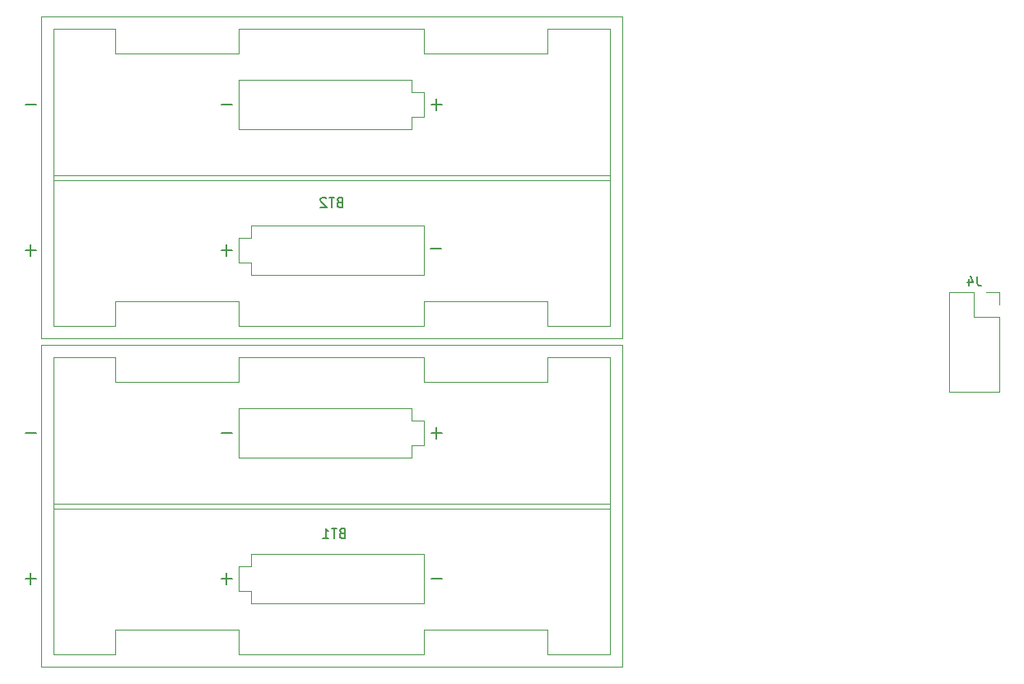
<source format=gbr>
%TF.GenerationSoftware,KiCad,Pcbnew,(7.0.0)*%
%TF.CreationDate,2023-09-21T17:16:17+12:00*%
%TF.ProjectId,MainBoard,4d61696e-426f-4617-9264-2e6b69636164,rev?*%
%TF.SameCoordinates,PX48ab840PY7b0df40*%
%TF.FileFunction,Legend,Bot*%
%TF.FilePolarity,Positive*%
%FSLAX46Y46*%
G04 Gerber Fmt 4.6, Leading zero omitted, Abs format (unit mm)*
G04 Created by KiCad (PCBNEW (7.0.0)) date 2023-09-21 17:16:17*
%MOMM*%
%LPD*%
G01*
G04 APERTURE LIST*
%ADD10C,0.150000*%
%ADD11C,0.120000*%
G04 APERTURE END LIST*
D10*
X40068571Y48747643D02*
X41211429Y48747643D01*
%TO.C,BT1*%
X31011714Y19460429D02*
X30868857Y19412810D01*
X30868857Y19412810D02*
X30821238Y19365191D01*
X30821238Y19365191D02*
X30773619Y19269953D01*
X30773619Y19269953D02*
X30773619Y19127096D01*
X30773619Y19127096D02*
X30821238Y19031858D01*
X30821238Y19031858D02*
X30868857Y18984239D01*
X30868857Y18984239D02*
X30964095Y18936620D01*
X30964095Y18936620D02*
X31345047Y18936620D01*
X31345047Y18936620D02*
X31345047Y19936620D01*
X31345047Y19936620D02*
X31011714Y19936620D01*
X31011714Y19936620D02*
X30916476Y19889000D01*
X30916476Y19889000D02*
X30868857Y19841381D01*
X30868857Y19841381D02*
X30821238Y19746143D01*
X30821238Y19746143D02*
X30821238Y19650905D01*
X30821238Y19650905D02*
X30868857Y19555667D01*
X30868857Y19555667D02*
X30916476Y19508048D01*
X30916476Y19508048D02*
X31011714Y19460429D01*
X31011714Y19460429D02*
X31345047Y19460429D01*
X30487904Y19936620D02*
X29916476Y19936620D01*
X30202190Y18936620D02*
X30202190Y19936620D01*
X29059333Y18936620D02*
X29630761Y18936620D01*
X29345047Y18936620D02*
X29345047Y19936620D01*
X29345047Y19936620D02*
X29440285Y19793762D01*
X29440285Y19793762D02*
X29535523Y19698524D01*
X29535523Y19698524D02*
X29630761Y19650905D01*
X19720428Y14748358D02*
X18577571Y14748358D01*
X19148999Y14176929D02*
X19148999Y15319786D01*
X41310428Y29738358D02*
X40167571Y29738358D01*
X40738999Y29166929D02*
X40738999Y30309786D01*
X19720428Y29738358D02*
X18577571Y29738358D01*
X-444572Y14748358D02*
X-1587429Y14748358D01*
X-1016001Y14176929D02*
X-1016001Y15319786D01*
X-444572Y29738358D02*
X-1587429Y29738358D01*
X41310428Y14748358D02*
X40167571Y14748358D01*
%TO.C,BT2*%
X30757714Y53496429D02*
X30614857Y53448810D01*
X30614857Y53448810D02*
X30567238Y53401191D01*
X30567238Y53401191D02*
X30519619Y53305953D01*
X30519619Y53305953D02*
X30519619Y53163096D01*
X30519619Y53163096D02*
X30567238Y53067858D01*
X30567238Y53067858D02*
X30614857Y53020239D01*
X30614857Y53020239D02*
X30710095Y52972620D01*
X30710095Y52972620D02*
X31091047Y52972620D01*
X31091047Y52972620D02*
X31091047Y53972620D01*
X31091047Y53972620D02*
X30757714Y53972620D01*
X30757714Y53972620D02*
X30662476Y53925000D01*
X30662476Y53925000D02*
X30614857Y53877381D01*
X30614857Y53877381D02*
X30567238Y53782143D01*
X30567238Y53782143D02*
X30567238Y53686905D01*
X30567238Y53686905D02*
X30614857Y53591667D01*
X30614857Y53591667D02*
X30662476Y53544048D01*
X30662476Y53544048D02*
X30757714Y53496429D01*
X30757714Y53496429D02*
X31091047Y53496429D01*
X30233904Y53972620D02*
X29662476Y53972620D01*
X29948190Y52972620D02*
X29948190Y53972620D01*
X29376761Y53877381D02*
X29329142Y53925000D01*
X29329142Y53925000D02*
X29233904Y53972620D01*
X29233904Y53972620D02*
X28995809Y53972620D01*
X28995809Y53972620D02*
X28900571Y53925000D01*
X28900571Y53925000D02*
X28852952Y53877381D01*
X28852952Y53877381D02*
X28805333Y53782143D01*
X28805333Y53782143D02*
X28805333Y53686905D01*
X28805333Y53686905D02*
X28852952Y53544048D01*
X28852952Y53544048D02*
X29424380Y52972620D01*
X29424380Y52972620D02*
X28805333Y52972620D01*
X19720428Y48534358D02*
X18577571Y48534358D01*
X19148999Y47962929D02*
X19148999Y49105786D01*
X-444572Y63524358D02*
X-1587429Y63524358D01*
X19720428Y63524358D02*
X18577571Y63524358D01*
X-444572Y48534358D02*
X-1587429Y48534358D01*
X-1016001Y47962929D02*
X-1016001Y49105786D01*
X41310428Y63524358D02*
X40167571Y63524358D01*
X40738999Y62952929D02*
X40738999Y64095786D01*
%TO.C,J4*%
X96350333Y45878620D02*
X96350333Y45164334D01*
X96350333Y45164334D02*
X96397952Y45021477D01*
X96397952Y45021477D02*
X96493190Y44926239D01*
X96493190Y44926239D02*
X96636047Y44878620D01*
X96636047Y44878620D02*
X96731285Y44878620D01*
X95445571Y45545286D02*
X95445571Y44878620D01*
X95683666Y45926239D02*
X95921761Y45211953D01*
X95921761Y45211953D02*
X95302714Y45211953D01*
D11*
%TO.C,BT1*%
X104000Y38783000D02*
X59814000Y38783000D01*
X104000Y5663000D02*
X104000Y38783000D01*
X1374000Y37513000D02*
X7719000Y37513000D01*
X1374000Y21969000D02*
X58544000Y21969000D01*
X1374000Y6933000D02*
X1374000Y37513000D01*
X7719000Y37513000D02*
X7719000Y34973000D01*
X7719000Y34973000D02*
X20419000Y34973000D01*
X7719000Y9473000D02*
X7719000Y6933000D01*
X7719000Y9473000D02*
X20419000Y9473000D01*
X7719000Y6933000D02*
X1374000Y6933000D01*
X20419000Y37513000D02*
X39469000Y37513000D01*
X20419000Y34973000D02*
X20419000Y37513000D01*
X20419000Y32258000D02*
X20419000Y27178000D01*
X20419000Y27178000D02*
X38199000Y27178000D01*
X20419000Y15998000D02*
X20419000Y13458000D01*
X20419000Y13458000D02*
X21689000Y13458000D01*
X20419000Y6933000D02*
X20419000Y9473000D01*
X21689000Y17268000D02*
X21689000Y15998000D01*
X21689000Y15998000D02*
X20419000Y15998000D01*
X21689000Y13458000D02*
X21689000Y12188000D01*
X21689000Y12188000D02*
X39469000Y12188000D01*
X38199000Y32258000D02*
X20419000Y32258000D01*
X38199000Y30988000D02*
X38199000Y32258000D01*
X38199000Y28448000D02*
X39469000Y28448000D01*
X38199000Y27178000D02*
X38199000Y28448000D01*
X39469000Y37513000D02*
X39469000Y34973000D01*
X39469000Y30988000D02*
X38199000Y30988000D01*
X39469000Y28448000D02*
X39469000Y30988000D01*
X39469000Y17268000D02*
X21689000Y17268000D01*
X39469000Y13458000D02*
X39469000Y17268000D01*
X39469000Y12188000D02*
X39469000Y13458000D01*
X39469000Y9473000D02*
X39469000Y6933000D01*
X39469000Y6933000D02*
X20419000Y6933000D01*
X52169000Y37513000D02*
X52169000Y34973000D01*
X52169000Y34973000D02*
X39469000Y34973000D01*
X52169000Y9473000D02*
X39469000Y9473000D01*
X52169000Y6933000D02*
X52169000Y9473000D01*
X58544000Y37513000D02*
X52169000Y37513000D01*
X58544000Y22477000D02*
X1374000Y22477000D01*
X58544000Y6933000D02*
X52169000Y6933000D01*
X58544000Y6933000D02*
X58544000Y37513000D01*
X59814000Y38783000D02*
X59814000Y5663000D01*
X59814000Y5663000D02*
X104000Y5663000D01*
%TO.C,BT2*%
X104000Y72569000D02*
X59814000Y72569000D01*
X104000Y39449000D02*
X104000Y72569000D01*
X1374000Y71299000D02*
X7719000Y71299000D01*
X1374000Y55755000D02*
X58544000Y55755000D01*
X1374000Y40719000D02*
X1374000Y71299000D01*
X7719000Y71299000D02*
X7719000Y68759000D01*
X7719000Y68759000D02*
X20419000Y68759000D01*
X7719000Y43259000D02*
X7719000Y40719000D01*
X7719000Y43259000D02*
X20419000Y43259000D01*
X7719000Y40719000D02*
X1374000Y40719000D01*
X20419000Y71299000D02*
X39469000Y71299000D01*
X20419000Y68759000D02*
X20419000Y71299000D01*
X20419000Y66044000D02*
X20419000Y60964000D01*
X20419000Y60964000D02*
X38199000Y60964000D01*
X20419000Y49784000D02*
X20419000Y47244000D01*
X20419000Y47244000D02*
X21689000Y47244000D01*
X20419000Y40719000D02*
X20419000Y43259000D01*
X21689000Y51054000D02*
X21689000Y49784000D01*
X21689000Y49784000D02*
X20419000Y49784000D01*
X21689000Y47244000D02*
X21689000Y45974000D01*
X21689000Y45974000D02*
X39469000Y45974000D01*
X38199000Y66044000D02*
X20419000Y66044000D01*
X38199000Y64774000D02*
X38199000Y66044000D01*
X38199000Y62234000D02*
X39469000Y62234000D01*
X38199000Y60964000D02*
X38199000Y62234000D01*
X39469000Y71299000D02*
X39469000Y68759000D01*
X39469000Y64774000D02*
X38199000Y64774000D01*
X39469000Y62234000D02*
X39469000Y64774000D01*
X39469000Y51054000D02*
X21689000Y51054000D01*
X39469000Y47244000D02*
X39469000Y51054000D01*
X39469000Y45974000D02*
X39469000Y47244000D01*
X39469000Y43259000D02*
X39469000Y40719000D01*
X39469000Y40719000D02*
X20419000Y40719000D01*
X52169000Y71299000D02*
X52169000Y68759000D01*
X52169000Y68759000D02*
X39469000Y68759000D01*
X52169000Y43259000D02*
X39469000Y43259000D01*
X52169000Y40719000D02*
X52169000Y43259000D01*
X58544000Y71299000D02*
X52169000Y71299000D01*
X58544000Y56263000D02*
X1374000Y56263000D01*
X58544000Y40719000D02*
X52169000Y40719000D01*
X58544000Y40719000D02*
X58544000Y71299000D01*
X59814000Y72569000D02*
X59814000Y39449000D01*
X59814000Y39449000D02*
X104000Y39449000D01*
%TO.C,J4*%
X98617000Y33966000D02*
X93417000Y33966000D01*
X98617000Y41646000D02*
X98617000Y33966000D01*
X98617000Y41646000D02*
X96017000Y41646000D01*
X98617000Y42916000D02*
X98617000Y44246000D01*
X98617000Y44246000D02*
X97287000Y44246000D01*
X96017000Y41646000D02*
X96017000Y44246000D01*
X96017000Y44246000D02*
X93417000Y44246000D01*
X93417000Y44246000D02*
X93417000Y33966000D01*
%TD*%
M02*

</source>
